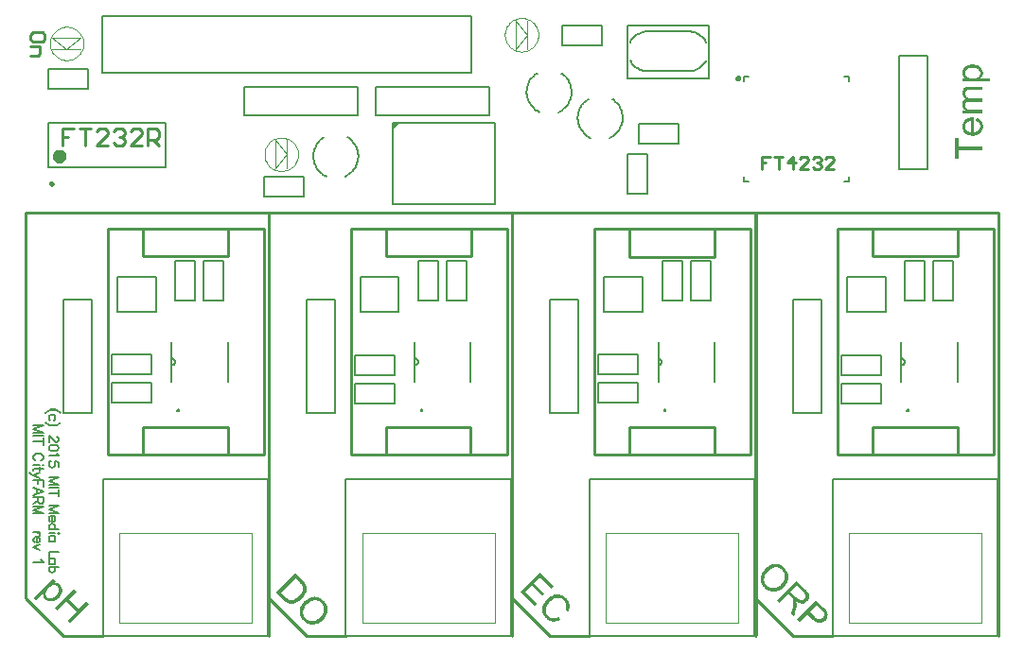
<source format=gto>
%FSTAX23Y23*%
%MOIN*%
%SFA1B1*%

%IPPOS*%
%ADD24C,0.010000*%
%ADD37C,0.007870*%
%ADD38C,0.005000*%
%ADD39C,0.004000*%
%ADD40C,0.006000*%
%ADD41C,0.009840*%
%ADD42C,0.023620*%
%ADD43C,0.000980*%
%ADD44C,0.000980*%
%LNboard_pcb-1*%
%LPD*%
G36*
X02023Y01143D02*
X02024Y01142D01*
X02026Y01142*
X02029Y01142*
X02031Y01141*
X02033Y0114*
X02036Y0114*
X02039Y01138*
X02042Y01137*
X02044Y01135*
X02047Y01134*
X0205Y01131*
X02053Y01129*
X02053Y01129*
X02053Y01128*
X02054Y01128*
X02054Y01127*
X02055Y01126*
X02056Y01125*
X02057Y01124*
X02058Y01123*
X0206Y01119*
X02062Y01116*
X02064Y01112*
X02065Y0111*
X02065Y01107*
X02065Y01107*
Y01107*
X02065Y01106*
X02066Y01105*
X02066Y01104*
X02066Y01103*
X02066Y011*
X02066Y01096*
X02066Y01092*
X02065Y01088*
X02064Y01083*
X02064Y01083*
X02064Y01083*
X02064Y01082*
X02063Y01081*
X02063Y0108*
X02062Y01079*
X02062Y01078*
X02061Y01076*
X0206Y01074*
X02059Y01073*
X02058Y01071*
X02056Y01069*
X02053Y01065*
X0205Y01061*
X0205Y01061*
X02049Y01061*
X02049Y0106*
X02048Y01059*
X02047Y01059*
X02046Y01057*
X02045Y01056*
X02043Y01055*
X0204Y01053*
X02036Y01051*
X02032Y01049*
X02027Y01047*
X02027Y01047*
X02027*
X02026Y01046*
X02025Y01046*
X02024Y01046*
X02023Y01046*
X0202Y01045*
X02016Y01045*
X02012*
X02008Y01045*
X02003Y01046*
X02003Y01046*
X02003*
X02002Y01047*
X02001Y01047*
X02Y01047*
X01999Y01048*
X01998Y01048*
X01996Y01049*
X01994Y0105*
X01993Y01051*
X01989Y01053*
X01986Y01056*
X01982Y01059*
X01982Y01059*
X01982Y01059*
X01982Y0106*
X01981Y0106*
X0198Y01061*
X01979Y01062*
X01978Y01064*
X01977Y01065*
X01975Y01068*
X01973Y01072*
X01971Y01076*
X0197Y01078*
X0197Y0108*
Y01081*
X0197Y01081*
X0197Y01082*
X01969Y01082*
X01969Y01084*
X01969Y01085*
X01969Y01088*
Y01092*
X01969Y01096*
X0197Y011*
X01971Y01104*
X01971Y01105*
X01971Y01105*
X01971Y01106*
X01972Y01106*
X01972Y01107*
X01973Y01109*
X01973Y0111*
X01974Y01112*
X01975Y01113*
X01976Y01115*
X01978Y01118*
X01981Y01122*
X01984Y01125*
X01984Y01126*
X01985Y01126*
X01986Y01127*
X01987Y01128*
X01989Y01129*
X01991Y01131*
X01993Y01132*
X01995Y01134*
X01998Y01135*
X02Y01137*
X02003Y01138*
X02006Y0114*
X0201Y01141*
X02013Y01142*
X02016Y01142*
X0202Y01143*
X02022*
X02023Y01143*
G37*
G36*
X03646Y01259D02*
X03648Y01258D01*
X0365Y01258*
X03652Y01258*
X03655Y01257*
X03657Y01256*
X0366Y01256*
X03662Y01254*
X03665Y01253*
X03668Y01251*
X03671Y0125*
X03674Y01247*
X03676Y01245*
X03676Y01245*
X03677Y01244*
X03677Y01244*
X03678Y01243*
X03679Y01242*
X03679Y01241*
X0368Y0124*
X03681Y01239*
X03684Y01235*
X03686Y01232*
X03687Y01228*
X03688Y01226*
X03689Y01223*
X03689Y01223*
Y01223*
X03689Y01222*
X03689Y01221*
X03689Y0122*
X0369Y01219*
X0369Y01216*
X0369Y01212*
X0369Y01208*
X03689Y01204*
X03688Y01199*
X03688Y01199*
X03688Y01199*
X03687Y01198*
X03687Y01197*
X03686Y01196*
X03686Y01195*
X03685Y01194*
X03684Y01192*
X03684Y0119*
X03683Y01189*
X03681Y01187*
X0368Y01185*
X03677Y01181*
X03674Y01177*
X03673Y01177*
X03673Y01176*
X03673Y01176*
X03672Y01175*
X03671Y01174*
X0367Y01173*
X03668Y01172*
X03667Y01171*
X03664Y01169*
X0366Y01167*
X03655Y01164*
X03651Y01163*
X03651Y01163*
X0365*
X0365Y01162*
X03649Y01162*
X03648Y01162*
X03646Y01162*
X03643Y01161*
X0364Y01161*
X03635*
X03631Y01161*
X03627Y01162*
X03627Y01162*
X03626*
X03625Y01163*
X03625Y01163*
X03624Y01163*
X03622Y01164*
X03621Y01164*
X0362Y01165*
X03618Y01166*
X03616Y01167*
X03613Y01169*
X0361Y01172*
X03606Y01175*
X03606Y01175*
X03606Y01175*
X03605Y01175*
X03605Y01176*
X03604Y01177*
X03603Y01178*
X03602Y01179*
X03601Y01181*
X03599Y01184*
X03597Y01188*
X03595Y01192*
X03594Y01194*
X03593Y01196*
Y01197*
X03593Y01197*
X03593Y01198*
X03593Y01198*
X03593Y01199*
X03593Y01201*
X03592Y01204*
Y01208*
X03593Y01212*
X03593Y01216*
X03595Y0122*
X03595Y0122*
X03595Y01221*
X03595Y01221*
X03595Y01222*
X03596Y01223*
X03596Y01225*
X03597Y01226*
X03598Y01227*
X03599Y01229*
X036Y01231*
X03602Y01234*
X03605Y01238*
X03608Y01241*
X03608Y01241*
X03609Y01242*
X0361Y01243*
X03611Y01244*
X03612Y01245*
X03614Y01247*
X03616Y01248*
X03619Y0125*
X03621Y01251*
X03624Y01253*
X03627Y01254*
X0363Y01256*
X03633Y01257*
X03636Y01258*
X0364Y01258*
X03643Y01259*
X03645*
X03646Y01259*
G37*
G36*
X01183Y01162D02*
X01155Y01134D01*
X0119Y01099*
X01218Y01126*
X01227Y01118*
X01159Y0105*
X0115Y01059*
X01182Y01091*
X01147Y01126*
X01115Y01094*
X01106Y01103*
X01174Y01171*
X01183Y01162*
G37*
G36*
X01977Y01203D02*
X01977Y01202D01*
X01977Y01202*
X01977Y01202*
X01978Y01201*
X01979Y01201*
X01979Y012*
X01981Y01198*
X01983Y01196*
X01985Y01194*
X01986Y01191*
X01988Y01189*
X01988Y01189*
X01988Y01189*
X01988Y01189*
X01988Y01188*
X01989Y01187*
X0199Y01185*
X01991Y01183*
X01992Y0118*
X01992Y01177*
X01993Y01175*
X01993Y01175*
X01993Y01174*
Y01174*
X01993Y01173*
X01993Y01171*
X01993Y01168*
X01992Y01165*
X01992Y01162*
X01991Y01159*
X01989Y01155*
X01989Y01155*
X01989Y01155*
X01989Y01154*
X01988Y01153*
X01988Y01153*
X01987Y01151*
X01987Y0115*
X01986Y01149*
X01985Y01148*
X01984Y01146*
X01982Y01143*
X01979Y0114*
X01976Y01136*
X01976Y01136*
X01976Y01136*
X01975Y01135*
X01974Y01135*
X01974Y01134*
X01973Y01134*
X01971Y01132*
X01969Y0113*
X01966Y01128*
X01963Y01126*
X0196Y01124*
X0196Y01124*
X0196Y01124*
X01959Y01124*
X01959Y01124*
X01957Y01123*
X01956Y01122*
X01953Y01121*
X01951Y0112*
X01948Y01119*
X01946Y01119*
X01945Y01119*
X01945*
X01943Y01119*
X01942Y01119*
X0194Y01118*
X01938*
X01935Y01119*
X01933Y01119*
X01933*
X01932Y01119*
X01931Y01119*
X0193Y0112*
X01928Y01121*
X01926Y01122*
X01924Y01123*
X01922Y01124*
X01922Y01124*
X01922Y01124*
X01921Y01124*
X01921Y01124*
X0192Y01125*
X01918Y01126*
X01916Y01128*
X01914Y01129*
X01912Y01131*
X0191Y01134*
X01885Y01158*
X01953Y01226*
X01977Y01203*
G37*
G36*
X02863Y0118D02*
X02855Y01172D01*
X02815Y01212*
X02794Y01191*
X02831Y01153*
X02823Y01145*
X02786Y01183*
X02763Y0116*
X02804Y01118*
X02796Y0111*
X02746Y01161*
X02814Y01229*
X02863Y0118*
G37*
G36*
X02882Y01151D02*
X02887Y0115D01*
X02887Y0115*
X02887*
X02888Y0115*
X02889Y01149*
X0289Y01149*
X02891Y01148*
X02892Y01148*
X02894Y01147*
X02895Y01146*
X02897Y01145*
X029Y01143*
X02904Y01141*
X02907Y01137*
X02907Y01137*
X02908Y01137*
X02908Y01136*
X02909Y01136*
X0291Y01135*
X02911Y01134*
X02912Y01132*
X02913Y01131*
X02915Y01128*
X02917Y01124*
X02918Y01122*
X02918Y0112*
X02919Y01117*
X02919Y01115*
Y01115*
X02919Y01115*
X02919Y01114*
Y01113*
Y01112*
Y01111*
X02919Y01109*
Y01108*
X02919Y01106*
X02919Y01104*
X02919Y01102*
X02918Y011*
X02917Y01098*
X02917Y01095*
X02916Y01093*
X02914Y01091*
X02903Y01098*
X02904Y01098*
X02904Y01098*
X02904Y01098*
X02904Y01099*
X02905Y011*
X02905Y01101*
X02906Y01103*
X02907Y01106*
X02907Y01109*
X02908Y01112*
X02907Y01115*
X02907Y01116*
X02907Y01117*
X02907Y01118*
X02906Y0112*
X02905Y01122*
X02904Y01125*
X02902Y01127*
X029Y0113*
X02899Y0113*
X02899Y0113*
X02899Y01131*
X02898Y01131*
X02897Y01132*
X02897Y01132*
X02895Y01134*
X02892Y01136*
X02889Y01137*
X02886Y01138*
X02883Y01139*
X02882Y01139*
X02882Y01139*
X02881Y01139*
X02879Y0114*
X02877*
X02874Y01139*
X02871Y01139*
X02868Y01138*
X02865Y01136*
X02865Y01136*
X02865Y01136*
X02864Y01136*
X02864Y01136*
X02863Y01135*
X02862Y01135*
X0286Y01134*
X02858Y01132*
X02855Y0113*
X02853Y01128*
X0285Y01126*
X0285Y01125*
X0285Y01125*
X02849Y01125*
X02849Y01124*
X02848Y01123*
X02847Y01122*
X02846Y01121*
X02845Y0112*
X02843Y01118*
X02841Y01114*
X02839Y01111*
X02837Y01108*
X02837Y01108*
X02837Y01108*
X02837Y01107*
X02837Y01106*
X02836Y01105*
X02836Y01102*
X02835Y011*
X02835Y01097*
Y01094*
X02835Y0109*
X02836Y0109*
Y0109*
X02836Y0109*
X02836Y01089*
X02836Y01087*
X02837Y01085*
X02838Y01083*
X0284Y01081*
X02842Y01078*
X02844Y01076*
X02844Y01076*
X02844Y01075*
X02845Y01075*
X02845Y01075*
X02846Y01074*
X02847Y01073*
X02849Y01072*
X02851Y0107*
X02854Y01069*
X02858Y01068*
X02859Y01068*
X02861Y01067*
X02864*
X02865Y01067*
X02867Y01068*
X0287Y01068*
X02874Y01069*
X02877Y01071*
X02881Y01073*
X02888Y01062*
X02888Y01062*
X02887Y01061*
X02886Y01061*
X02885Y0106*
X02884Y0106*
X02883Y01059*
X02881Y01059*
X02879Y01058*
X02875Y01057*
X02871Y01056*
X02868Y01055*
X02866Y01055*
X02863Y01055*
X02861Y01055*
X0286*
X0286Y01055*
X02859Y01055*
X02858Y01056*
X02857Y01056*
X02856Y01056*
X02855Y01057*
X02853Y01057*
X02851Y01058*
X02849Y01059*
X02847Y0106*
X02845Y01061*
X02843Y01062*
X02841Y01064*
X02839Y01066*
X02837Y01067*
X02837Y01067*
X02836Y01068*
X02836Y01068*
X02835Y01069*
X02834Y0107*
X02833Y01071*
X02832Y01073*
X02831Y01074*
X02829Y01078*
X02827Y01081*
X02825Y01085*
X02824Y01088*
X02824Y0109*
Y0109*
X02823Y0109*
Y01091*
X02823Y01092*
X02823Y01093*
X02823Y01094*
Y01097*
X02823Y011*
X02824Y01104*
X02824Y01109*
X02826Y01113*
X02826Y01113*
X02826Y01114*
X02826Y01114*
X02827Y01115*
X02827Y01116*
X02828Y01117*
X02829Y01119*
X0283Y0112*
X02831Y01122*
X02832Y01124*
X02834Y01127*
X02837Y01131*
X02841Y01135*
X02841Y01135*
X02841Y01135*
X02842Y01136*
X02843Y01137*
X02844Y01137*
X02845Y01138*
X02846Y0114*
X02847Y01141*
X02851Y01143*
X02855Y01145*
X02859Y01148*
X02863Y01149*
X02863Y01149*
X02864*
X02864Y0115*
X02865Y0115*
X02866Y0115*
X02868Y0115*
X02871Y01151*
X02874Y01151*
X02878*
X02882Y01151*
G37*
G36*
X03749Y01169D02*
X0375Y01169D01*
X0375Y01169*
X0375Y01168*
X03751Y01168*
X03752Y01167*
X03752Y01166*
X03754Y01164*
X03756Y01161*
X03758Y01159*
X0376Y01156*
X03761Y01155*
X03761Y01154*
X03761Y01154*
Y01153*
X03762Y01153*
X03762Y01151*
X03762Y01149*
X03763Y01147*
X03763Y01145*
X03763Y01142*
X03762Y0114*
X03762Y01139*
X03762Y01138*
X03762Y01137*
X03761Y01135*
X0376Y01133*
X03759Y01131*
X03757Y01129*
X03755Y01126*
X03755Y01126*
X03755Y01126*
X03754Y01126*
X03754Y01125*
X03753Y01125*
X03752Y01124*
X0375Y01123*
X03748Y01121*
X03745Y0112*
X03742Y01119*
X0374Y01119*
X03738Y01119*
X03737*
X03736Y01119*
X03736Y01119*
X03735Y01119*
X03733Y0112*
X03732Y0112*
X0373Y0112*
X03729Y01121*
X03727Y01122*
X03725Y01122*
X03724Y01123*
X03721Y01124*
X0372Y01126*
X03717Y01127*
X03718Y01127*
X03718Y01126*
X03718Y01125*
X03718Y01124*
X03719Y01121*
X03719Y0112*
X03719Y01118*
Y01118*
X0372Y01117*
X03719Y01115*
X03719Y01113*
X03719Y01111*
X03719Y01108*
X03718Y01105*
X03718Y01102*
X03711Y01072*
X037Y01083*
X03705Y01106*
X03705Y01106*
Y01106*
X03705Y01107*
X03705Y01108*
X03706Y01109*
X03706Y01112*
X03707Y01114*
X03707Y01117*
X03708Y0112*
X03708Y01122*
Y01122*
X03708Y01123*
X03708Y01124*
X03708Y01125*
X03708Y01128*
X03708Y0113*
X03708Y01131*
Y01131*
X03708Y01131*
X03708Y01132*
X03707Y01133*
X03707Y01135*
X03706Y01137*
X03705Y01137*
X03705Y01137*
X03705Y01138*
X03705Y01138*
X03704Y01139*
X03703Y0114*
X03702Y01141*
X03701Y01142*
X03691Y01153*
X0366Y01122*
X03651Y01131*
X03719Y01199*
X03749Y01169*
G37*
G36*
X03813Y01105D02*
X03813Y01105D01*
X03814Y01105*
X03814Y01105*
X03814Y01104*
X03816Y01103*
X03817Y01101*
X03819Y011*
X0382Y01098*
X03822Y01096*
X03823Y01094*
X03823Y01094*
X03823Y01094*
X03824Y01093*
X03824Y01092*
X03825Y01091*
X03826Y01089*
X03827Y01087*
X03828Y01085*
X03828Y01083*
X03828Y01083*
X03828Y01082*
X03829Y01081*
Y01079*
X03828Y01077*
X03828Y01075*
X03828Y01073*
X03827Y01071*
X03827Y01071*
X03827Y0107*
X03826Y01069*
X03825Y01067*
X03824Y01065*
X03823Y01063*
X03822Y01061*
X0382Y01059*
X0382Y01059*
X0382Y01059*
X03819Y01059*
X03818Y01058*
X03818Y01057*
X03817Y01057*
X03815Y01056*
X03814Y01055*
X03811Y01053*
X03808Y01052*
X03806Y01051*
X03804Y01051*
X03802Y0105*
X038Y0105*
X03799*
X03799Y0105*
X03798Y01051*
X03797Y01051*
X03795Y01051*
X03794Y01051*
X03792Y01052*
X0379Y01053*
X03788Y01054*
X03786Y01055*
X03784Y01056*
X03782Y01058*
X03779Y0106*
X03777Y01062*
X03774Y01064*
X03757Y01082*
X03729Y01054*
X0372Y01063*
X03788Y01131*
X03813Y01105*
G37*
G36*
X04342Y02833D02*
Y02781D01*
X04342*
X04343Y02781*
X04344*
X04345Y02782*
X04346Y02782*
X04348Y02782*
X04351Y02783*
X04354Y02784*
X04357Y02786*
X04359Y02788*
X0436Y02788*
X0436Y02789*
X04361Y0279*
X04362Y02792*
X04364Y02794*
X04364Y02796*
X04365Y02799*
X04365Y02802*
Y02802*
Y02803*
Y02803*
X04365Y02805*
X04365Y02806*
X04365Y02808*
X04364Y0281*
X04363Y02812*
X04362Y02813*
X04362Y02814*
X04361Y02814*
X04361Y02815*
X04359Y02816*
X04358Y02817*
X04356Y02819*
X04354Y0282*
X04351Y02821*
X04353Y02833*
X04353*
X04353Y02833*
X04354Y02833*
X04354Y02832*
X04355Y02832*
X04356Y02832*
X04359Y02831*
X04361Y02829*
X04364Y02827*
X04367Y02825*
X04369Y02822*
Y02822*
X0437Y02822*
X0437Y02821*
X0437Y02821*
X04371Y0282*
X04371Y02819*
X04372Y02818*
X04372Y02817*
X04373Y02814*
X04374Y02811*
X04375Y02807*
X04375Y02802*
Y02802*
Y02802*
Y02801*
X04375Y028*
X04375Y02798*
X04375Y02797*
X04374Y02795*
X04374Y02794*
X04373Y0279*
X04372Y02788*
X04371Y02786*
X0437Y02784*
X04369Y02782*
X04367Y0278*
X04366Y02778*
X04366Y02778*
X04365Y02778*
X04365Y02777*
X04364Y02777*
X04363Y02776*
X04362Y02775*
X04361Y02774*
X04359Y02774*
X04357Y02773*
X04355Y02772*
X04353Y02771*
X04351Y02771*
X04348Y0277*
X04345Y0277*
X04343Y02769*
X04339Y02769*
X04338*
X04337Y02769*
X04335Y02769*
X04333Y0277*
X04331Y0277*
X04329Y0277*
X04325Y02771*
X04323Y02772*
X0432Y02773*
X04318Y02774*
X04316Y02775*
X04314Y02777*
X04312Y02778*
X04312Y02778*
X04312Y02779*
X04311Y02779*
X0431Y0278*
X0431Y02781*
X04309Y02782*
X04308Y02783*
X04307Y02784*
X04306Y02786*
X04305Y02788*
X04305Y0279*
X04304Y02792*
X04303Y02794*
X04303Y02796*
X04302Y02799*
X04302Y02802*
Y02802*
Y02802*
Y02803*
X04302Y02804*
X04303Y02805*
X04303Y02806*
X04303Y02808*
X04303Y0281*
X04305Y02813*
X04305Y02815*
X04306Y02817*
X04307Y02819*
X04309Y02821*
X0431Y02823*
X04312Y02824*
X04312Y02825*
X04312Y02825*
X04313Y02825*
X04314Y02826*
X04315Y02827*
X04316Y02827*
X04317Y02828*
X04319Y02829*
X04321Y0283*
X04323Y02831*
X04325Y02831*
X04327Y02832*
X0433Y02833*
X04332Y02833*
X04335Y02833*
X04339Y02833*
X0434*
X04342Y02833*
G37*
G36*
X04289Y0273D02*
X04374D01*
Y02717*
X04289*
Y02686*
X04277*
Y02762*
X04289*
Y0273*
G37*
G36*
X04341Y0302D02*
X04342D01*
X04345Y0302*
X04348Y03019*
X04351Y03019*
X04354Y03018*
X04358Y03016*
X04358*
X04358Y03016*
X04358Y03016*
X04359Y03016*
X04361Y03015*
X04362Y03013*
X04365Y03012*
X04367Y0301*
X04369Y03008*
X04371Y03005*
Y03005*
X04371Y03005*
X04371Y03004*
X04371Y03004*
X04372Y03002*
X04373Y03*
X04374Y02998*
X04374Y02996*
X04375Y02993*
X04375Y0299*
Y02989*
Y02989*
X04375Y02988*
X04375Y02986*
X04375Y02985*
X04374Y02983*
X04374Y02981*
X04373Y02979*
X04373Y02979*
X04372Y02978*
X04372Y02978*
X04371Y02976*
X0437Y02975*
X04369Y02974*
X04368Y02973*
X04366Y02972*
X044*
Y0296*
X04304*
Y02971*
X04313*
X04313Y02971*
X04312Y02971*
X04311Y02972*
X0431Y02973*
X04309Y02974*
X04307Y02976*
X04306Y02977*
X04305Y02979*
X04305Y02979*
X04305Y0298*
X04304Y02981*
X04304Y02982*
X04303Y02984*
X04303Y02986*
X04302Y02988*
X04302Y02991*
Y02991*
Y02991*
Y02992*
Y02992*
X04302Y02993*
X04303Y02994*
X04303Y02996*
X04303Y02998*
X04304Y03001*
X04305Y03004*
X04307Y03006*
Y03006*
X04307Y03007*
X04308Y03007*
X04309Y03009*
X0431Y0301*
X04312Y03012*
X04314Y03014*
X04317Y03015*
X0432Y03017*
X0432*
X0432Y03017*
X04321Y03017*
X04321Y03017*
X04322Y03017*
X04323Y03018*
X04325Y03018*
X04328Y03019*
X04331Y0302*
X04335Y0302*
X04338Y0302*
X0434*
X04341Y0302*
G37*
G36*
X04374Y02931D02*
X04327D01*
X04326Y0293*
X04324Y0293*
X04322Y0293*
X04321Y0293*
X0432Y02929*
X04319*
X04319Y02929*
X04318Y02929*
X04318Y02928*
X04317Y02928*
X04316Y02927*
X04315Y02926*
X04315Y02925*
X04314Y02925*
X04314Y02925*
X04314Y02924*
X04314Y02923*
X04313Y02922*
X04313Y02921*
X04313Y0292*
X04313Y02918*
Y02918*
Y02918*
X04313Y02917*
X04313Y02916*
X04313Y02914*
X04314Y02912*
X04315Y0291*
X04316Y02908*
X04318Y02906*
X04318Y02906*
X04318Y02905*
X0432Y02904*
X04321Y02903*
X04324Y02903*
X04326Y02902*
X04329Y02901*
X04333Y02901*
X04374*
Y02889*
X04327*
X04326Y02889*
X04324Y02889*
X04322Y02888*
X0432Y02888*
X04318Y02887*
X04317Y02886*
X04316Y02886*
X04316Y02886*
X04315Y02885*
X04315Y02884*
X04314Y02883*
X04313Y02881*
X04313Y02879*
X04313Y02877*
Y02877*
Y02876*
X04313Y02875*
X04313Y02874*
X04313Y02872*
X04314Y02871*
X04314Y02869*
X04315Y02868*
X04315Y02867*
X04316Y02867*
X04316Y02866*
X04317Y02865*
X04318Y02864*
X0432Y02863*
X04321Y02862*
X04323Y02861*
X04323Y02861*
X04324Y02861*
X04325Y02861*
X04327Y02861*
X04329Y0286*
X04331Y0286*
X04334Y0286*
X04338Y0286*
X04374*
Y02848*
X04304*
Y02858*
X04314*
X04313Y02858*
X04313Y02859*
X04312Y0286*
X04311Y02861*
X04309Y02862*
X04308Y02863*
X04307Y02865*
X04305Y02867*
X04305Y02867*
X04305Y02868*
X04304Y02869*
X04304Y02871*
X04303Y02873*
X04303Y02875*
X04302Y02877*
X04302Y0288*
Y0288*
Y0288*
Y0288*
Y02881*
X04302Y02882*
X04303Y02884*
X04303Y02886*
X04304Y02888*
X04304Y0289*
X04306Y02892*
X04306Y02892*
X04306Y02893*
X04307Y02894*
X04308Y02895*
X04309Y02896*
X04311Y02897*
X04313Y02898*
X04315Y02899*
X04314Y02899*
X04314Y029*
X04313Y029*
X04313Y02901*
X04312Y02902*
X04311Y02903*
X0431Y02904*
X04308Y02905*
X04307Y02907*
X04306Y02908*
X04305Y0291*
X04304Y02912*
X04303Y02914*
X04303Y02916*
X04302Y02918*
X04302Y02921*
Y02921*
Y02921*
Y02922*
X04302Y02923*
Y02923*
X04303Y02924*
X04303Y02927*
X04304Y02929*
X04305Y02932*
X04306Y02935*
X04308Y02937*
X04308Y02937*
X04309Y02938*
X04311Y02939*
X04312Y0294*
X04315Y02941*
X04316Y02941*
X04318Y02942*
X0432Y02942*
X04322Y02942*
X04324Y02942*
X04374*
Y02931*
G37*
G36*
X01109Y01199D02*
X01102Y01192D01*
X01102Y01192*
X01103*
X01104Y01192*
X01106Y01193*
X01108*
X0111Y01192*
X01112Y01192*
X01114Y01192*
X01114Y01192*
X01115Y01192*
X01116Y01191*
X01117Y01191*
X01119Y0119*
X0112Y01188*
X01122Y01187*
X01124Y01185*
X01124Y01185*
X01124Y01185*
X01125Y01185*
X01125Y01184*
X01125Y01184*
X01126Y01183*
X01127Y01181*
X01129Y01179*
X0113Y01177*
X01131Y01174*
X01132Y01171*
X01132Y01171*
Y01171*
X01132Y0117*
X01132Y01168*
X01132Y01166*
X01132Y01164*
X01132Y01161*
X01131Y01158*
X0113Y01155*
X0113Y01155*
X0113Y01154*
X01129Y01154*
X01129Y01153*
X01129Y01152*
X01128Y01152*
X01127Y0115*
X01126Y01147*
X01124Y01145*
X01122Y01142*
X01119Y01139*
X01119Y01139*
X01119Y01139*
X01119Y01139*
X01118Y01138*
X01117Y01137*
X01116Y01137*
X01114Y01135*
X01112Y01133*
X01109Y01131*
X01106Y0113*
X01103Y01128*
X01103Y01128*
X01103Y01128*
X01102Y01128*
X01101Y01128*
X011Y01127*
X01098Y01127*
X01095Y01126*
X01092Y01126*
X01089Y01126*
X01086Y01127*
X01086Y01127*
X01085*
X01085Y01127*
X01084Y01127*
X01083Y01128*
X01081Y01129*
X01079Y0113*
X01076Y01131*
X01074Y01133*
X01072Y01135*
X01072Y01135*
X01071Y01135*
X0107Y01136*
X01069Y01137*
X01069Y01139*
X01068Y0114*
X01067Y01142*
X01066Y01144*
Y01144*
X01066Y01145*
X01066Y01146*
X01065Y01147*
X01065Y01148*
X01065Y0115*
X01065Y01152*
X01065Y01154*
X01041Y0113*
X01033Y01138*
X01101Y01206*
X01109Y01199*
G37*
%LNboard_pcb-2*%
%LPC*%
G36*
X03789Y01114D02*
X03765Y0109D01*
X03782Y01072*
X03782Y01072*
X03782Y01072*
X03783Y01071*
X03783Y01071*
X03784Y0107*
X03785Y01069*
X03787Y01068*
X0379Y01066*
X03792Y01065*
X03795Y01064*
X03796Y01063*
X03798Y01063*
X03799*
X038Y01063*
X03802Y01063*
X03804Y01064*
X03806Y01065*
X03808Y01067*
X0381Y01068*
X0381Y01069*
X03811Y01069*
X03811Y01069*
X03812Y0107*
X03813Y01071*
X03814Y01073*
X03814Y01074*
X03815Y01076*
X03816Y01078*
Y01078*
X03816Y01079*
X03816Y0108*
X03816Y01081*
X03816Y01083*
X03815Y01084*
X03815Y01086*
X03814Y01088*
X03814Y01088*
X03814Y01088*
X03813Y01089*
X03812Y0109*
X03811Y01091*
X0381Y01093*
X03808Y01095*
X03806Y01097*
X03789Y01114*
G37*
G36*
X01954Y01209D02*
X01902Y01157D01*
X01917Y01143*
X01917Y01142*
X01917Y01142*
X01917Y01142*
X01918Y01141*
X01919Y0114*
X01921Y01139*
X01922Y01137*
X01925Y01136*
X01927Y01134*
X01928Y01133*
X01929Y01133*
X01929Y01133*
X0193Y01132*
X01932Y01132*
X01933Y01131*
X01935Y01131*
X01936Y01131*
X01938Y01131*
X01938Y01131*
X01939*
X01941Y01131*
X01942Y01131*
X01944Y01132*
X01947Y01132*
X01949Y01133*
X01952Y01134*
X01952Y01134*
X01952Y01134*
X01952Y01135*
X01953Y01135*
X01954Y01135*
X01954Y01136*
X01956Y01137*
X01959Y01139*
X01961Y01141*
X01964Y01143*
X01967Y01146*
X01967Y01146*
X01967Y01146*
X01968Y01147*
X01968Y01147*
X01969Y01148*
X0197Y01149*
X01971Y01151*
X01972Y01152*
X01974Y01155*
X01977Y01158*
X01978Y01162*
X01979Y01164*
X01979Y01165*
X0198Y01166*
Y01166*
Y01166*
X0198Y01167*
X0198Y01169*
X0198Y01171*
X0198Y01174*
X0198Y01176*
X0198Y01179*
X01979Y01182*
X01979Y01182*
X01978Y01183*
X01978Y01184*
X01977Y01185*
X01975Y01187*
X01973Y01189*
X01971Y01192*
X0197Y01193*
X01969Y01195*
X01954Y01209*
G37*
G36*
X04341Y03008D02*
X04337D01*
X04336Y03008*
X04335*
X04334Y03008*
X04331Y03007*
X04327Y03007*
X04324Y03006*
X04321Y03004*
X0432Y03003*
X04318Y03002*
X04318*
X04318Y03002*
X04317Y03001*
X04316Y03*
X04315Y02999*
X04314Y02997*
X04313Y02995*
X04312Y02992*
X04312Y02991*
Y0299*
Y02989*
Y02989*
Y02989*
X04312Y02988*
X04312Y02987*
X04312Y02985*
X04313Y02983*
X04315Y02981*
X04315Y0298*
X04316Y02979*
X04317Y02977*
X04319Y02976*
X04319*
X04319Y02976*
X04319Y02976*
X0432Y02975*
X04321Y02975*
X04322Y02974*
X04323Y02974*
X04324Y02973*
X04325Y02973*
X04327Y02972*
X04328Y02972*
X0433Y02971*
X04332Y02971*
X04334Y02971*
X04337Y02971*
X0434*
X04341Y02971*
X04342*
X04344Y02971*
X04347Y02971*
X0435Y02972*
X04353Y02973*
X04356Y02974*
X04358Y02975*
X04359Y02976*
X04359Y02976*
X0436Y02977*
X04361Y02978*
X04362Y0298*
X04363Y02981*
X04364Y02984*
X04365Y02986*
X04365Y02988*
X04365Y02989*
Y02989*
Y02989*
Y0299*
X04365Y0299*
X04365Y02992*
X04365Y02994*
X04364Y02996*
X04363Y02998*
X04361Y03*
X0436Y03001*
X04359Y03002*
X04359*
X04359Y03003*
X04358Y03003*
X04358Y03003*
X04357Y03004*
X04356Y03004*
X04355Y03005*
X04354Y03005*
X04352Y03006*
X04351Y03006*
X04349Y03007*
X04347Y03007*
X04345Y03007*
X04343Y03008*
X04341Y03008*
G37*
G36*
X04332Y02821D02*
X04332D01*
X04331Y02821*
X04331*
X04329Y02821*
X04327Y0282*
X04325Y0282*
X04323Y02819*
X04321Y02818*
X04319Y02816*
X04319*
X04319Y02816*
X04318Y02815*
X04317Y02814*
X04315Y02813*
X04314Y0281*
X04313Y02808*
X04312Y02805*
X04312Y02804*
X04312Y02802*
Y02802*
Y02801*
Y02801*
X04312Y028*
X04312Y02799*
X04313Y02797*
X04313Y02795*
X04314Y02793*
X04316Y0279*
X04318Y02788*
X04318Y02788*
X04319Y02787*
X0432Y02786*
X04321Y02785*
X04323Y02784*
X04326Y02783*
X04329Y02782*
X04332Y02782*
Y02821*
G37*
G36*
X03646Y01247D02*
X03645D01*
X03644Y01247*
X03643*
X03642Y01246*
X03641Y01246*
X03639Y01246*
X03637Y01245*
X03635Y01244*
X03633Y01243*
X0363Y01242*
X03628Y01241*
X03625Y01239*
X03623Y01237*
X0362Y01235*
X03617Y01232*
X03617Y01232*
X03616Y01231*
X03616Y01231*
X03615Y0123*
X03614Y01229*
X03613Y01227*
X03612Y01226*
X03611Y01224*
X03608Y0122*
X03607Y01218*
X03606Y01216*
X03605Y01213*
X03605Y01211*
X03604Y01208*
X03604Y01206*
Y01206*
Y01205*
X03604Y01205*
Y01204*
X03604Y01202*
X03604Y01201*
X03605Y01199*
X03605Y01198*
X03606Y01196*
X03606Y01194*
X03607Y01192*
X03608Y0119*
X03609Y01188*
X0361Y01186*
X03612Y01184*
X03614Y01182*
X03614Y01182*
X03614Y01182*
X03615Y01181*
X03615Y01181*
X03616Y0118*
X03618Y01179*
X03619Y01178*
X03621Y01177*
X03622Y01176*
X03624Y01175*
X03626Y01175*
X03628Y01174*
X0363Y01173*
X03633Y01173*
X03635Y01173*
X03637Y01173*
X03638*
X03639Y01173*
X0364Y01173*
X03641Y01173*
X03643Y01173*
X03644Y01174*
X03646Y01175*
X03648Y01175*
X0365Y01176*
X03652Y01177*
X03655Y01179*
X03657Y0118*
X03659Y01182*
X03662Y01184*
X03664Y01186*
X03664Y01186*
X03665Y01187*
X03665Y01187*
X03666Y01188*
X03666Y01189*
X03667Y01189*
X03668Y0119*
X03669Y01192*
X03671Y01194*
X03673Y01197*
X03674Y012*
X03676Y01204*
X03676Y01204*
X03676Y01204*
X03676Y01205*
X03676Y01205*
X03677Y01207*
X03677Y01209*
X03678Y01212*
X03678Y01215*
X03678Y01218*
X03677Y01221*
X03677Y01222*
Y01222*
X03677Y01222*
X03677Y01223*
X03677Y01224*
X03676Y01225*
X03675Y01227*
X03674Y01229*
X03673Y01232*
X03671Y01235*
X03669Y01237*
X03668Y01237*
X03668Y01237*
X03668Y01238*
X03667Y01239*
X03666Y01239*
X03665Y0124*
X03664Y01241*
X03662Y01242*
X03659Y01244*
X03657Y01244*
X03655Y01245*
X03653Y01246*
X03651Y01246*
X03648Y01247*
X03646Y01247*
G37*
G36*
X02022Y01131D02*
X02021D01*
X02021Y01131*
X0202*
X02018Y01131*
X02017Y0113*
X02015Y0113*
X02013Y01129*
X02011Y01128*
X02009Y01127*
X02007Y01126*
X02004Y01125*
X02002Y01123*
X01999Y01121*
X01996Y01119*
X01993Y01116*
X01993Y01116*
X01993Y01115*
X01992Y01115*
X01991Y01114*
X0199Y01113*
X01989Y01111*
X01988Y0111*
X01987Y01108*
X01985Y01104*
X01984Y01102*
X01983Y011*
X01982Y01097*
X01981Y01095*
X01981Y01092*
X0198Y0109*
Y0109*
Y01089*
X01981Y01089*
Y01088*
X01981Y01086*
X01981Y01085*
X01981Y01084*
X01982Y01082*
X01982Y0108*
X01983Y01078*
X01983Y01076*
X01984Y01074*
X01985Y01072*
X01987Y0107*
X01988Y01068*
X0199Y01066*
X0199Y01066*
X0199Y01066*
X01991Y01065*
X01992Y01065*
X01993Y01064*
X01994Y01063*
X01995Y01062*
X01997Y01061*
X01999Y0106*
X02Y0106*
X02002Y01059*
X02004Y01058*
X02007Y01057*
X02009Y01057*
X02011Y01057*
X02014Y01057*
X02014*
X02015Y01057*
X02016Y01057*
X02017Y01057*
X02019Y01057*
X02021Y01058*
X02022Y01059*
X02024Y01059*
X02026Y0106*
X02029Y01061*
X02031Y01063*
X02033Y01064*
X02036Y01066*
X02038Y01068*
X02041Y0107*
X02041Y01071*
X02041Y01071*
X02042Y01071*
X02042Y01072*
X02043Y01073*
X02044Y01073*
X02044Y01074*
X02045Y01076*
X02047Y01078*
X02049Y01081*
X02051Y01084*
X02052Y01088*
X02052Y01088*
X02053Y01088*
X02053Y01089*
X02053Y01089*
X02053Y01091*
X02054Y01093*
X02054Y01096*
X02054Y01099*
X02054Y01102*
X02054Y01106*
X02054Y01106*
Y01106*
X02053Y01106*
X02053Y01107*
X02053Y01108*
X02053Y01109*
X02052Y01111*
X02051Y01113*
X02049Y01116*
X02047Y01119*
X02045Y01121*
X02045Y01121*
X02045Y01122*
X02044Y01122*
X02043Y01123*
X02042Y01123*
X02041Y01124*
X0204Y01125*
X02039Y01126*
X02035Y01128*
X02033Y01128*
X02031Y01129*
X02029Y0113*
X02027Y0113*
X02024Y01131*
X02022Y01131*
G37*
G36*
X03721Y01183D02*
X03698Y0116D01*
X03718Y01141*
X03718Y01141*
X03718Y01141*
X03718Y01141*
X03719Y0114*
X0372Y01139*
X03721Y01138*
X03723Y01136*
X03725Y01135*
X03727Y01134*
X03728Y01133*
X03729Y01133*
X03729Y01132*
X0373Y01132*
X03731Y01132*
X03733Y01132*
X03734Y01131*
X03736*
X03738Y01131*
X03738*
X03739Y01132*
X0374Y01132*
X03741Y01132*
X03742Y01133*
X03743Y01134*
X03745Y01135*
X03746Y01136*
X03746Y01136*
X03746Y01136*
X03747Y01137*
X03747Y01138*
X03748Y01139*
X03749Y01141*
X0375Y01143*
X0375Y01145*
Y01147*
X0375Y01148*
X0375Y01148*
X0375Y0115*
X03749Y01152*
X03748Y01154*
X03747Y01156*
X03745Y01159*
X03742Y01161*
X03721Y01183*
G37*
G36*
X01105Y01184D02*
X01104D01*
X01102Y01184*
X01102Y01184*
X01102Y01184*
X01101Y01184*
X01101Y01184*
X011Y01184*
X01099Y01183*
X01098Y01183*
X01097Y01182*
X01095Y01182*
X01094Y01181*
X01092Y0118*
X01091Y01179*
X01089Y01178*
X01087Y01177*
X01085Y01175*
X01084Y01174*
X01084Y01174*
X01083Y01173*
X01083Y01173*
X01082Y01172*
X01081Y01171*
X01081Y0117*
X01079Y01168*
X01077Y01165*
X01075Y01162*
X01074Y01159*
X01074Y01157*
X01073Y01156*
Y01155*
Y01154*
X01073Y01153*
X01074Y01151*
X01074Y01149*
X01075Y01146*
X01076Y01144*
X01077Y01143*
X01078Y01142*
X01078Y01142*
X01078Y01142*
X01079Y01142*
X01079Y01141*
X0108Y0114*
X01082Y01139*
X01084Y01138*
X01086Y01138*
X01089Y01137*
X01091Y01137*
X01092Y01137*
X01092Y01137*
X01093Y01137*
X01093Y01137*
X01094Y01137*
X01095Y01138*
X01095Y01138*
X01097Y01138*
X01098Y01139*
X01099Y01139*
X01101Y0114*
X01102Y01141*
X01104Y01142*
X01105Y01143*
X01107Y01145*
X01109Y01146*
X01111Y01148*
X01111Y01148*
X01111Y01148*
X01112Y01149*
X01112Y0115*
X01113Y0115*
X01114Y01151*
X01116Y01154*
X01118Y01156*
X01119Y01159*
X0112Y01163*
X01121Y01164*
X01121Y01166*
X01121Y01166*
X01121Y01166*
Y01167*
Y01169*
X01121Y01171*
X0112Y01173*
X0112Y01175*
X01118Y01178*
X01118Y01179*
X01117Y0118*
X01116Y0118*
X01116Y0118*
X01116Y0118*
X01116Y01181*
X01114Y01181*
X01113Y01182*
X01111Y01183*
X01108Y01184*
X01107Y01184*
X01105Y01184*
G37*
%LNboard_pcb-3*%
%LPD*%
G54D24*
X03989Y01741D02*
X04286D01*
X03987Y02344D02*
X04286D01*
X01418Y01742D02*
X01716D01*
X01416Y02343D02*
X01716D01*
X02272Y02344D02*
X02573D01*
X02273Y01742D02*
X02571D01*
X04286Y01649D02*
Y01741D01*
X03988Y01647D02*
Y01741D01*
X03986Y02343D02*
Y02437D01*
X04286Y02344D02*
Y02439D01*
X03427Y0244D02*
X0343Y02437D01*
X0313Y02342D02*
Y02437D01*
Y02342D02*
X0343D01*
Y02437*
X03007Y01643D02*
X0343D01*
Y01742*
X0313Y01645D02*
Y01742D01*
X03426*
X0343Y01643D02*
X03557D01*
X02571Y01645D02*
Y01742D01*
X02273Y01649D02*
Y01742D01*
X02272Y02344D02*
Y02437D01*
X02573Y02344D02*
Y02437D01*
X01716Y02343D02*
Y02439D01*
X01416Y02343D02*
Y02437D01*
X01416Y01644D02*
Y01742D01*
X01716Y01646D02*
Y01742D01*
X01294Y01643D02*
X01716D01*
X01843*
X01844Y01644*
Y02439*
X01843Y0244D02*
X01844Y02439D01*
X01294Y0244D02*
X01843D01*
X01293Y02439D02*
X01294Y0244D01*
X01293Y01644D02*
Y02439D01*
X01004Y02499D02*
X01861D01*
Y01006D02*
Y02499D01*
X01861Y01005D02*
X01861Y01006D01*
X01004Y01137D02*
Y02499D01*
Y01137D02*
X01137Y01004D01*
X01276*
X01993D02*
X02132D01*
X0186Y01137D02*
X01993Y01004D01*
X0186Y01137D02*
Y02499D01*
X02717*
X02149Y01644D02*
Y02439D01*
X0215Y0244*
X02699*
X027Y02439*
Y01644D02*
Y02439D01*
X02699Y01643D02*
X027Y01644D01*
X02572Y01643D02*
X02699D01*
X0215D02*
X02572D01*
X02717Y01005D02*
X02717Y01006D01*
Y02499*
X02717Y01137D02*
X0285Y01004D01*
X02717Y01137D02*
Y02499D01*
X03575*
X03864Y01643D02*
X04286D01*
X04413*
X04414Y01644*
Y02439*
X04413Y0244D02*
X04414Y02439D01*
X03864Y0244D02*
X04413D01*
X03863Y02439D02*
X03864Y0244D01*
X03863Y01644D02*
Y02439D01*
X03574Y02499D02*
X04431D01*
Y01006D02*
Y02499D01*
X04431Y01005D02*
X04431Y01006D01*
X03574Y01137D02*
Y02499D01*
Y01137D02*
X03706Y01004D01*
X03846*
X0285D02*
X0299D01*
X03574Y01005D02*
X03575Y01006D01*
Y02499*
X03006Y01644D02*
Y02439D01*
X03007Y0244*
X03557*
X03558Y02439*
Y01644D02*
Y02439D01*
X03557Y01643D02*
X03558Y01644D01*
X01174Y02794D02*
X01134D01*
Y02764*
X01154*
X01134*
Y02734*
X01194Y02794D02*
X01234D01*
X01214*
Y02734*
X01294D02*
X01254D01*
X01294Y02774*
Y02784*
X01284Y02794*
X01264*
X01254Y02784*
X01314D02*
X01324Y02794D01*
X01344*
X01354Y02784*
Y02774*
X01344Y02764*
X01334*
X01344*
X01354Y02754*
Y02744*
X01344Y02734*
X01324*
X01314Y02744*
X01414Y02734D02*
X01374D01*
X01414Y02774*
Y02784*
X01404Y02794*
X01384*
X01374Y02784*
X01434Y02734D02*
Y02794D01*
X01464*
X01474Y02784*
Y02764*
X01464Y02754*
X01434*
X01454D02*
X01474Y02734D01*
X03626Y02695D02*
X03596D01*
Y02673*
X03611*
X03596*
Y0265*
X03641Y02695D02*
X03671D01*
X03656*
Y0265*
X03708D02*
Y02695D01*
X03686Y02673*
X03716*
X03761Y0265D02*
X03731D01*
X03761Y0268*
Y02688*
X03753Y02695*
X03738*
X03731Y02688*
X03776D02*
X03783Y02695D01*
X03798*
X03806Y02688*
Y0268*
X03798Y02673*
X03791*
X03798*
X03806Y02665*
Y02658*
X03798Y0265*
X03783*
X03776Y02658*
X03851Y0265D02*
X03821D01*
X03851Y0268*
Y02688*
X03843Y02695*
X03828*
X03821Y02688*
X01071Y03108D02*
Y03125D01*
X01063Y03133*
X01029*
X01021Y03125*
Y03108*
X01029Y031*
X01063*
X01071Y03108*
X01021Y03083D02*
X01054D01*
Y03058*
X01046Y0305*
X01021*
G54D37*
X0288Y02851D02*
D01*
X02885Y02854*
X02889Y02856*
X02894Y02859*
X02898Y02863*
X02902Y02867*
X02906Y02871*
X02909Y02875*
X02913Y02879*
X02916Y02884*
X02918Y02889*
X0292Y02894*
X02922Y02899*
X02924Y02904*
X02925Y0291*
X02925Y02915*
X02926Y02921*
X02926Y02926*
X02925Y02932*
X02924Y02937*
X02923Y02943*
X02922Y02948*
X0292Y02953*
X02917Y02958*
X02915Y02963*
X02912Y02967*
X02909Y02972*
X02905Y02976*
X02901Y0298*
X02897Y02984*
X02893Y02987*
X02889Y02989*
X02805D02*
D01*
X028Y02986*
X02796Y02983*
X02792Y02979*
X02788Y02975*
X02784Y02971*
X02781Y02966*
X02778Y02961*
X02776Y02957*
X02774Y02952*
X02772Y02946*
X0277Y02941*
X02769Y02936*
X02769Y0293*
X02768Y02925*
X02768Y02919*
X02769Y02914*
X0277Y02908*
X02771Y02903*
X02772Y02898*
X02774Y02893*
X02776Y02888*
X02779Y02883*
X02782Y02878*
X02785Y02874*
X02789Y0287*
X02793Y02866*
X02797Y02862*
X02801Y02859*
X02806Y02856*
X02811Y02853*
X02814Y02851*
X0306Y02761D02*
D01*
X03065Y02763*
X03069Y02766*
X03074Y02769*
X03078Y02772*
X03082Y02776*
X03086Y0278*
X0309Y02784*
X03093Y02789*
X03096Y02793*
X03098Y02798*
X031Y02803*
X03102Y02809*
X03104Y02814*
X03105Y02819*
X03105Y02825*
X03106Y0283*
X03106Y02836*
X03105Y02841*
X03104Y02847*
X03103Y02852*
X03102Y02857*
X031Y02862*
X03097Y02867*
X03095Y02872*
X03092Y02877*
X03089Y02881*
X03085Y02885*
X03081Y02889*
X03077Y02893*
X03073Y02896*
X03069Y02899*
X02985D02*
D01*
X0298Y02895*
X02976Y02892*
X02972Y02888*
X02968Y02884*
X02965Y0288*
X02961Y02876*
X02959Y02871*
X02956Y02866*
X02954Y02861*
X02952Y02856*
X0295Y02851*
X02949Y02845*
X02949Y0284*
X02948Y02834*
X02948Y02829*
X02949Y02823*
X0295Y02818*
X02951Y02812*
X02952Y02807*
X02954Y02802*
X02957Y02797*
X02959Y02792*
X02962Y02788*
X02965Y02783*
X02969Y02779*
X02973Y02775*
X02977Y02771*
X02981Y02768*
X02986Y02765*
X02991Y02762*
X02994Y02761*
X02129Y02625D02*
D01*
X02134Y02627*
X02138Y0263*
X02143Y02633*
X02147Y02637*
X02151Y0264*
X02155Y02644*
X02158Y02648*
X02162Y02653*
X02165Y02658*
X02167Y02663*
X02169Y02668*
X02171Y02673*
X02173Y02678*
X02174Y02683*
X02174Y02689*
X02175Y02694*
X02175Y027*
X02174Y02705*
X02173Y02711*
X02172Y02716*
X02171Y02721*
X02169Y02727*
X02166Y02732*
X02164Y02736*
X02161Y02741*
X02158Y02745*
X02154Y0275*
X0215Y02754*
X02146Y02757*
X02142Y02761*
X02138Y02763*
X02054D02*
D01*
X02049Y0276*
X02045Y02756*
X02041Y02753*
X02037Y02749*
X02033Y02744*
X0203Y0274*
X02027Y02735*
X02025Y0273*
X02023Y02725*
X02021Y0272*
X02019Y02715*
X02018Y02709*
X02018Y02704*
X02017Y02698*
X02017Y02693*
X02018Y02687*
X02019Y02682*
X0202Y02677*
X02021Y02671*
X02023Y02666*
X02025Y02661*
X02028Y02656*
X02031Y02652*
X02034Y02647*
X02038Y02643*
X02042Y02639*
X02046Y02636*
X0205Y02632*
X02055Y02629*
X0206Y02626*
X02063Y02625*
X02572Y0299D02*
Y0319D01*
X01272Y0299D02*
Y0319D01*
X02572*
X01272Y0299D02*
X02572D01*
X02238Y02841D02*
Y02941D01*
X02638*
X02238Y02841D02*
X02638D01*
Y02941*
X04079Y03051D02*
X04179D01*
Y02651D02*
Y03051D01*
X04079Y02651D02*
Y03051D01*
Y02651D02*
X04179D01*
X01275Y01559D02*
X01858D01*
Y01004D02*
Y01559D01*
X01812Y01004D02*
X01858D01*
X01275D02*
X0132D01*
X01275D02*
Y01559D01*
X0132Y01004D02*
X01812D01*
X01137Y02192D02*
X01237D01*
Y01792D02*
Y02192D01*
X01137Y01792D02*
Y02192D01*
Y01792D02*
X01237D01*
X01993Y02192D02*
X02093D01*
Y01792D02*
Y02192D01*
X01993Y01792D02*
Y02192D01*
Y01792D02*
X02093D01*
X02131Y01559D02*
X02714D01*
Y01004D02*
Y01559D01*
X02669Y01004D02*
X02714D01*
X02131D02*
X02177D01*
X02131D02*
Y01559D01*
X02177Y01004D02*
X02669D01*
X0285Y01792D02*
X0295D01*
X0285D02*
Y02192D01*
X0295Y01792D02*
Y02192D01*
X0285D02*
X0295D01*
X03707Y01792D02*
X03807D01*
X03707D02*
Y02192D01*
X03807Y01792D02*
Y02192D01*
X03707D02*
X03807D01*
X0389Y01004D02*
X04382D01*
X03845D02*
Y01559D01*
Y01004D02*
X0389D01*
X04382D02*
X04428D01*
Y01559*
X03845D02*
X04428D01*
X03034Y01004D02*
X03526D01*
X02989D02*
Y01559D01*
Y01004D02*
X03034D01*
X03526D02*
X03571D01*
Y01559*
X02989D02*
X03571D01*
X01772Y02842D02*
Y02942D01*
X02172*
X01772Y02842D02*
X02172D01*
Y02942*
X01082Y02657D02*
X01496D01*
X01082Y02814D02*
X01496D01*
X01082Y02657D02*
Y02814D01*
X01496Y02657D02*
Y02814D01*
X03534Y02961D02*
Y02978D01*
X03551*
X03534Y02608D02*
Y02625D01*
Y02608D02*
X03551D01*
X03887D02*
X03904D01*
Y02625*
Y02961D02*
Y02978D01*
X03887D02*
X03904D01*
G54D38*
X03133Y03034D02*
D01*
X03135Y0303*
X03138Y03026*
X03141Y03022*
X03144Y03018*
X03148Y03015*
X03151Y03012*
X03155Y03009*
X0316Y03006*
X03164Y03004*
X03168Y03002*
X03173Y03*
X03178Y02999*
X03182Y02998*
X03187Y02997*
X03192Y02997*
X03195Y02997*
Y03137D02*
D01*
X0319Y03136*
X03185Y03136*
X0318Y03135*
X03176Y03134*
X03171Y03132*
X03166Y0313*
X03162Y03128*
X03158Y03126*
X03154Y03123*
X0315Y0312*
X03146Y03117*
X03143Y03113*
X0314Y0311*
X03137Y03106*
X03134Y03102*
X03133Y03099*
X03338Y02997D02*
D01*
X03343Y02997*
X03348Y02997*
X03352Y02998*
X03357Y02999*
X03362Y03001*
X03366Y03003*
X03371Y03005*
X03375Y03007*
X03379Y0301*
X03383Y03013*
X03387Y03016*
X0339Y0302*
X03393Y03023*
X03396Y03027*
X03399Y03032*
X034Y03034*
Y03099D02*
D01*
X03398Y03103*
X03395Y03107*
X03392Y03111*
X03389Y03115*
X03385Y03118*
X03381Y03121*
X03377Y03124*
X03373Y03127*
X03369Y03129*
X03365Y03131*
X0336Y03133*
X03355Y03134*
X03351Y03135*
X03346Y03136*
X03341Y03136*
X03338Y03137*
X02298Y02529D02*
X02658D01*
Y02672*
X02298Y02529D02*
Y02671D01*
X02297D02*
X02298D01*
Y02813D02*
X02658D01*
Y0267D02*
Y02813D01*
X02298Y02671D02*
Y02813D01*
X02297Y02671D02*
X02298D01*
X02299Y02797D02*
X02315Y02813D01*
X02299Y02797D02*
Y02801D01*
Y02802*
X0231Y02813*
X02305D02*
X0231D01*
X02299Y02807D02*
X02305Y02813D01*
X02299Y02806D02*
Y02807D01*
X03163Y02741D02*
X03303D01*
X03163Y02811D02*
X03303D01*
X03163Y02741D02*
Y02811D01*
X03303Y02741D02*
Y02811D01*
X03196Y03137D02*
X03336D01*
X03195Y02997D02*
X03337D01*
X0341Y03157D02*
Y02972D01*
X03124Y03157D02*
X0341D01*
X03124Y02972D02*
Y03157D01*
Y02972D02*
X0341D01*
X01224Y02933D02*
Y03003D01*
X01084Y02933D02*
Y03003D01*
X01224*
X01084Y02933D02*
X01224D01*
X01462Y0216D02*
Y02161D01*
X01446Y02147D02*
X01448D01*
X01447D02*
X01462D01*
Y02157*
X01327Y02147D02*
Y02272D01*
Y02147D02*
X01462D01*
Y02272*
X01327D02*
X01462D01*
X01307Y01827D02*
Y01897D01*
X01447Y01827D02*
Y01897D01*
X01307Y01827D02*
X01447D01*
X01307Y01897D02*
X01447D01*
X01307Y01927D02*
Y01997D01*
X01447Y01927D02*
Y01997D01*
X01307Y01927D02*
X01447D01*
X01307Y01997D02*
X01447D01*
X01631Y02187D02*
X01701D01*
X01631Y02327D02*
X01701D01*
Y02187D02*
Y02327D01*
X01631Y02187D02*
Y02327D01*
X01531Y02187D02*
X01601D01*
X01531Y02327D02*
X01601D01*
Y02187D02*
Y02327D01*
X01531Y02187D02*
Y02327D01*
X02488Y02187D02*
X02558D01*
X02488Y02327D02*
X02558D01*
Y02187D02*
Y02327D01*
X02488Y02187D02*
Y02327D01*
X02388Y02187D02*
X02458D01*
X02388Y02327D02*
X02458D01*
Y02187D02*
Y02327D01*
X02388Y02187D02*
Y02327D01*
X02318Y0216D02*
Y02161D01*
X02302Y02147D02*
X02304D01*
X02303D02*
X02318D01*
Y02157*
X02183Y02147D02*
Y02272D01*
Y02147D02*
X02318D01*
Y02272*
X02183D02*
X02318D01*
X0304D02*
X03175D01*
Y02147D02*
Y02272D01*
X0304Y02147D02*
X03175D01*
X0304D02*
Y02272D01*
X03175Y02147D02*
Y02157D01*
X0316Y02147D02*
X03175D01*
X03159D02*
X03161D01*
X03175Y0216D02*
Y02161D01*
X03897Y02272D02*
X04032D01*
Y02147D02*
Y02272D01*
X03897Y02147D02*
X04032D01*
X03897D02*
Y02272D01*
X04032Y02147D02*
Y02157D01*
X04017Y02147D02*
X04032D01*
X04016D02*
X04018D01*
X04032Y0216D02*
Y02161D01*
X04101Y02187D02*
Y02327D01*
X04171Y02187D02*
Y02327D01*
X04101D02*
X04171D01*
X04101Y02187D02*
X04171D01*
X03345D02*
Y02327D01*
X03415Y02187D02*
Y02327D01*
X03345D02*
X03415D01*
X03345Y02187D02*
X03415D01*
X04201D02*
Y02327D01*
X04271Y02187D02*
Y02327D01*
X04201D02*
X04271D01*
X04201Y02187D02*
X04271D01*
X03245D02*
Y02327D01*
X03315Y02187D02*
Y02327D01*
X03245D02*
X03315D01*
X03245Y02187D02*
X03315D01*
X02163Y01925D02*
Y01995D01*
X02303Y01925D02*
Y01995D01*
X02163Y01925D02*
X02303D01*
X02163Y01995D02*
X02303D01*
X02163Y01825D02*
Y01895D01*
X02303Y01825D02*
Y01895D01*
X02163Y01825D02*
X02303D01*
X02163Y01895D02*
X02303D01*
X0302Y01927D02*
Y01997D01*
X0316Y01927D02*
Y01997D01*
X0302Y01927D02*
X0316D01*
X0302Y01997D02*
X0316D01*
X0302Y01827D02*
Y01897D01*
X0316Y01827D02*
Y01897D01*
X0302Y01827D02*
X0316D01*
X0302Y01897D02*
X0316D01*
X03877Y01925D02*
Y01995D01*
X04017Y01925D02*
Y01995D01*
X03877Y01925D02*
X04017D01*
X03877Y01995D02*
X04017D01*
X03877Y01825D02*
Y01895D01*
X04017Y01825D02*
Y01895D01*
X03877Y01825D02*
X04017D01*
X03877Y01895D02*
X04017D01*
X01843Y02623D02*
X01983D01*
X01843Y02553D02*
X01983D01*
Y02623*
X01843Y02553D02*
Y02623D01*
X03124Y02563D02*
X03194D01*
X03124Y02703D02*
X03194D01*
Y02563D02*
Y02703D01*
X03124Y02563D02*
Y02703D01*
X02894Y03159D02*
X03034D01*
X02894Y03089D02*
X03034D01*
Y03159*
X02894Y03089D02*
Y03159D01*
X01127Y01792D02*
X01123Y01795D01*
X01118Y01799*
X01112Y01802*
X01103Y01804*
X01097*
X01088Y01802*
X01082Y01799*
X01077Y01795*
X01073Y01792*
X01123Y01795D02*
X01117Y01799D01*
X01112Y018*
X01103Y01802*
X01097*
X01088Y018*
X01083Y01799*
X01077Y01795*
X01103Y01765D02*
X01107Y01769D01*
X01108Y01772*
Y01777*
X01107Y0178*
X01103Y01784*
X01098Y01785*
X01095*
X0109Y01784*
X01087Y0178*
X01085Y01777*
Y01772*
X01087Y01769*
X0109Y01765*
X01127Y01758D02*
X01123Y01754D01*
X01118Y01751*
X01112Y01748*
X01103Y01746*
X01097*
X01088Y01748*
X01082Y01751*
X01077Y01754*
X01073Y01758*
X01123Y01754D02*
X01117Y01751D01*
X01112Y01749*
X01103Y01748*
X01097*
X01088Y01749*
X01083Y01751*
X01077Y01754*
X01112Y01708D02*
X01113D01*
X01117Y01707*
X01118Y01705*
X0112Y01702*
Y01695*
X01118Y01692*
X01117Y0169*
X01113Y01688*
X0111*
X01107Y0169*
X01102Y01693*
X01085Y0171*
Y01687*
X0112Y01669D02*
X01118Y01674D01*
X01113Y01677*
X01105Y01679*
X011*
X01092Y01677*
X01087Y01674*
X01085Y01669*
Y01666*
X01087Y01661*
X01092Y01657*
X011Y01656*
X01105*
X01113Y01657*
X01118Y01661*
X0112Y01666*
Y01669*
X01113Y01648D02*
X01115Y01645D01*
X0112Y0164*
X01085*
X0112Y01602D02*
Y01619D01*
X01105Y01621*
X01107Y01619*
X01108Y01614*
Y01609*
X01107Y01604*
X01103Y01601*
X01098Y01599*
X01095*
X0109Y01601*
X01087Y01604*
X01085Y01609*
Y01614*
X01087Y01619*
X01088Y01621*
X01092Y01622*
X0112Y01564D02*
X01085D01*
X0112D02*
X01085Y0155D01*
X0112Y01537D02*
X01085Y0155D01*
X0112Y01537D02*
X01085D01*
X0112Y01527D02*
X01085D01*
X0112Y01508D02*
X01085D01*
X0112Y0152D02*
Y01496D01*
Y01465D02*
X01085D01*
X0112D02*
X01085Y01451D01*
X0112Y01438D02*
X01085Y01451D01*
X0112Y01438D02*
X01085D01*
X01098Y01428D02*
Y01408D01*
X01102*
X01105Y0141*
X01107Y01411*
X01108Y01415*
Y0142*
X01107Y01423*
X01103Y01426*
X01098Y01428*
X01095*
X0109Y01426*
X01087Y01423*
X01085Y0142*
Y01415*
X01087Y01411*
X0109Y01408*
X0112Y0138D02*
X01085D01*
X01103D02*
X01107Y01384D01*
X01108Y01387*
Y01392*
X01107Y01395*
X01103Y01399*
X01098Y014*
X01095*
X0109Y01399*
X01087Y01395*
X01085Y01392*
Y01387*
X01087Y01384*
X0109Y0138*
X0112Y01368D02*
X01118Y01366D01*
X0112Y01364*
X01122Y01366*
X0112Y01368*
X01108Y01366D02*
X01085D01*
X01108Y01338D02*
X01085D01*
X01103D02*
X01107Y01342D01*
X01108Y01345*
Y0135*
X01107Y01353*
X01103Y01357*
X01098Y01358*
X01095*
X0109Y01357*
X01087Y01353*
X01085Y0135*
Y01345*
X01087Y01342*
X0109Y01338*
X0112Y01301D02*
X01085D01*
Y01281*
X01108Y01258D02*
X01085D01*
X01103D02*
X01107Y01261D01*
X01108Y01264*
Y01269*
X01107Y01273*
X01103Y01276*
X01098Y01278*
X01095*
X0109Y01276*
X01087Y01273*
X01085Y01269*
Y01264*
X01087Y01261*
X0109Y01258*
X0112Y01248D02*
X01085D01*
X01103D02*
X01107Y01245D01*
X01108Y01242*
Y01237*
X01107Y01233*
X01103Y0123*
X01098Y01228*
X01095*
X0109Y0123*
X01087Y01233*
X01085Y01237*
Y01242*
X01087Y01245*
X0109Y01248*
X01065Y01747D02*
X0103D01*
X01065D02*
X0103Y01733D01*
X01065Y0172D02*
X0103Y01733D01*
X01065Y0172D02*
X0103D01*
X01065Y0171D02*
X0103D01*
X01065Y01691D02*
X0103D01*
X01065Y01703D02*
Y01679D01*
X01057Y01623D02*
X0106Y01624D01*
X01063Y01628*
X01065Y01631*
Y01638*
X01063Y01641*
X0106Y01644*
X01057Y01646*
X01052Y01648*
X01043*
X01038Y01646*
X01035Y01644*
X01032Y01641*
X0103Y01638*
Y01631*
X01032Y01628*
X01035Y01624*
X01038Y01623*
X01065Y01609D02*
X01063Y01608D01*
X01065Y01606*
X01067Y01608*
X01065Y01609*
X01053Y01608D02*
X0103D01*
X01065Y01595D02*
X01037D01*
X01032Y01593*
X0103Y0159*
Y01587*
X01053Y016D02*
Y01588D01*
Y0158D02*
X0103Y0157D01*
X01053Y0156D02*
X0103Y0157D01*
X01023Y01573*
X0102Y01577*
X01018Y0158*
Y01582*
X01065Y01554D02*
X0103D01*
X01065D02*
Y01532D01*
X01048Y01554D02*
Y01541D01*
X0103Y01502D02*
X01065Y01515D01*
X0103Y01528*
X01042Y01523D02*
Y01507D01*
X01065Y01494D02*
X0103D01*
X01065D02*
Y01479D01*
X01063Y01474*
X01062Y01472*
X01058Y0147*
X01055*
X01052Y01472*
X0105Y01474*
X01048Y01479*
Y01494*
Y01482D02*
X0103Y0147D01*
X01065Y01462D02*
X0103D01*
X01065D02*
X0103Y01449D01*
X01065Y01436D02*
X0103Y01449D01*
X01065Y01436D02*
X0103D01*
X01053Y01371D02*
X0103D01*
X01043D02*
X01048Y01369D01*
X01052Y01366*
X01053Y01362*
Y01357*
X01043Y01354D02*
Y01334D01*
X01047*
X0105Y01336*
X01052Y01338*
X01053Y01341*
Y01346*
X01052Y01349*
X01048Y01353*
X01043Y01354*
X0104*
X01035Y01353*
X01032Y01349*
X0103Y01346*
Y01341*
X01032Y01338*
X01035Y01334*
X01053Y01327D02*
X0103Y01317D01*
X01053Y01307D02*
X0103Y01317D01*
X01058Y01274D02*
X0106Y0127D01*
X01065Y01265*
X0103*
G54D39*
X01207Y03094D02*
D01*
X01207Y03098*
X01207Y03102*
X01206Y03106*
X01205Y0311*
X01204Y03114*
X01202Y03118*
X012Y03122*
X01198Y03125*
X01196Y03129*
X01193Y03132*
X01191Y03135*
X01188Y03138*
X01184Y03141*
X01181Y03143*
X01178Y03145*
X01174Y03147*
X0117Y03149*
X01166Y0315*
X01162Y03151*
X01158Y03152*
X01154Y03153*
X0115Y03153*
X01146*
X01142Y03153*
X01138Y03152*
X01134Y03151*
X0113Y0315*
X01126Y03149*
X01122Y03147*
X01119Y03145*
X01115Y03143*
X01112Y03141*
X01109Y03138*
X01106Y03135*
X01103Y03132*
X011Y03129*
X01098Y03125*
X01096Y03122*
X01094Y03118*
X01093Y03114*
X01091Y0311*
X0109Y03106*
X0109Y03102*
X01089Y03098*
X01089Y03094*
X01089Y0309*
X0109Y03086*
X0109Y03082*
X01091Y03078*
X01093Y03074*
X01094Y0307*
X01096Y03066*
X01098Y03063*
X011Y03059*
X01103Y03056*
X01106Y03053*
X01109Y0305*
X01112Y03048*
X01115Y03045*
X01119Y03043*
X01122Y03041*
X01126Y03039*
X0113Y03038*
X01134Y03037*
X01138Y03036*
X01142Y03035*
X01146Y03035*
X0115*
X01154Y03035*
X01158Y03036*
X01162Y03037*
X01166Y03038*
X0117Y03039*
X01174Y03041*
X01178Y03043*
X01181Y03045*
X01184Y03048*
X01188Y0305*
X01191Y03053*
X01193Y03056*
X01196Y03059*
X01198Y03063*
X012Y03066*
X01202Y0307*
X01204Y03074*
X01205Y03078*
X01206Y03082*
X01207Y03086*
X01207Y0309*
X01207Y03094*
X02809Y03125D02*
D01*
X02809Y03129*
X02809Y03133*
X02808Y03137*
X02807Y03141*
X02806Y03145*
X02804Y03149*
X02802Y03152*
X028Y03156*
X02798Y03159*
X02796Y03162*
X02793Y03166*
X0279Y03168*
X02787Y03171*
X02783Y03173*
X0278Y03176*
X02776Y03178*
X02772Y03179*
X02769Y03181*
X02765Y03182*
X02761Y03183*
X02756Y03183*
X02752Y03184*
X02748*
X02744Y03183*
X0274Y03183*
X02736Y03182*
X02732Y03181*
X02728Y03179*
X02724Y03178*
X02721Y03176*
X02717Y03173*
X02714Y03171*
X02711Y03168*
X02708Y03166*
X02705Y03162*
X02702Y03159*
X027Y03156*
X02698Y03152*
X02696Y03149*
X02695Y03145*
X02694Y03141*
X02693Y03137*
X02692Y03133*
X02691Y03129*
X02691Y03125*
X02691Y0312*
X02692Y03116*
X02693Y03112*
X02694Y03108*
X02695Y03104*
X02696Y031*
X02698Y03097*
X027Y03093*
X02702Y0309*
X02705Y03087*
X02708Y03083*
X02711Y03081*
X02714Y03078*
X02717Y03076*
X02721Y03073*
X02724Y03071*
X02728Y0307*
X02732Y03068*
X02736Y03067*
X0274Y03066*
X02744Y03066*
X02748Y03065*
X02752*
X02756Y03066*
X02761Y03066*
X02765Y03067*
X02769Y03068*
X02772Y0307*
X02776Y03071*
X0278Y03073*
X02783Y03076*
X02787Y03078*
X0279Y03081*
X02793Y03083*
X02796Y03087*
X02798Y0309*
X028Y03093*
X02802Y03097*
X02804Y031*
X02806Y03104*
X02807Y03108*
X02808Y03112*
X02809Y03116*
X02809Y0312*
X02809Y03125*
X01963Y02703D02*
D01*
X01963Y02707*
X01962Y02711*
X01962Y02716*
X01961Y0272*
X01959Y02723*
X01958Y02727*
X01956Y02731*
X01954Y02735*
X01952Y02738*
X01949Y02741*
X01946Y02744*
X01943Y02747*
X0194Y0275*
X01937Y02752*
X01933Y02754*
X0193Y02756*
X01926Y02758*
X01922Y02759*
X01918Y02761*
X01914Y02761*
X0191Y02762*
X01906Y02762*
X01902*
X01898Y02762*
X01894Y02761*
X0189Y02761*
X01886Y02759*
X01882Y02758*
X01878Y02756*
X01874Y02754*
X01871Y02752*
X01867Y0275*
X01864Y02747*
X01861Y02744*
X01859Y02741*
X01856Y02738*
X01854Y02735*
X01852Y02731*
X0185Y02727*
X01848Y02723*
X01847Y0272*
X01846Y02716*
X01845Y02711*
X01845Y02707*
X01845Y02703*
X01845Y02699*
X01845Y02695*
X01846Y02691*
X01847Y02687*
X01848Y02683*
X0185Y02679*
X01852Y02676*
X01854Y02672*
X01856Y02669*
X01859Y02665*
X01861Y02662*
X01864Y02659*
X01867Y02657*
X01871Y02654*
X01874Y02652*
X01878Y0265*
X01882Y02648*
X01886Y02647*
X0189Y02646*
X01894Y02645*
X01898Y02645*
X01902Y02644*
X01906*
X0191Y02645*
X01914Y02645*
X01918Y02646*
X01922Y02647*
X01926Y02648*
X0193Y0265*
X01933Y02652*
X01937Y02654*
X0194Y02657*
X01943Y02659*
X01946Y02662*
X01949Y02665*
X01952Y02669*
X01954Y02672*
X01956Y02676*
X01958Y02679*
X01959Y02683*
X01961Y02687*
X01962Y02691*
X01962Y02695*
X01963Y02699*
X01963Y02703*
X01098Y03114D02*
X01198D01*
X01098D02*
X01148Y03074D01*
X01098D02*
X01148D01*
X01198Y03114*
X01148Y03074D02*
X01198D01*
X0273Y03075D02*
Y03175D01*
Y03075D02*
X0277Y03125D01*
Y03075D02*
Y03125D01*
X0273Y03175D02*
X0277Y03125D01*
Y03175*
X01884Y02653D02*
Y02753D01*
Y02653D02*
X01924Y02703D01*
Y02653D02*
Y02703D01*
X01884Y02753D02*
X01924Y02703D01*
Y02753*
G54D40*
X04114Y018D02*
D01*
X04114Y018*
X04114Y018*
X04114Y01801*
X04114Y01801*
X04114Y01801*
X04114Y01801*
X04114Y01801*
X04114Y01802*
X04114Y01802*
X04114Y01802*
X04113Y01802*
X04113Y01802*
X04113Y01802*
X04113Y01802*
X04113Y01803*
X04113Y01803*
X04112Y01803*
X04112Y01803*
X04112Y01803*
X04112Y01803*
X04112Y01803*
X04111Y01803*
X04111*
X04111Y01803*
X04111Y01803*
X04111Y01803*
X0411Y01803*
X0411Y01803*
X0411Y01803*
X0411Y01803*
X0411Y01802*
X04109Y01802*
X04109Y01802*
X04109Y01802*
X04109Y01802*
X04109Y01802*
X04109Y01802*
X04109Y01801*
X04109Y01801*
X04108Y01801*
X04108Y01801*
X04108Y01801*
X04108Y018*
X04108Y018*
X04108Y018*
X04108Y018*
X04108Y018*
X04108Y01799*
X04108Y01799*
X04108Y01799*
X04109Y01799*
X04109Y01799*
X04109Y01798*
X04109Y01798*
X04109Y01798*
X04109Y01798*
X04109Y01798*
X04109Y01798*
X0411Y01798*
X0411Y01797*
X0411Y01797*
X0411Y01797*
X0411Y01797*
X04111Y01797*
X04111Y01797*
X04111Y01797*
X04111Y01797*
X04111*
X04112Y01797*
X04112Y01797*
X04112Y01797*
X04112Y01797*
X04112Y01797*
X04113Y01797*
X04113Y01797*
X04113Y01798*
X04113Y01798*
X04113Y01798*
X04113Y01798*
X04114Y01798*
X04114Y01798*
X04114Y01798*
X04114Y01799*
X04114Y01799*
X04114Y01799*
X04114Y01799*
X04114Y01799*
X04114Y018*
X04114Y018*
X04114Y018*
X04088Y0196D02*
D01*
X04089Y0196*
X04089Y0196*
X0409Y0196*
X04091Y0196*
X04092Y01961*
X04093Y01961*
X04093Y01961*
X04094Y01962*
X04095Y01962*
X04096Y01963*
X04096Y01963*
X04097Y01964*
X04097Y01964*
X04098Y01965*
X04098Y01966*
X04099Y01967*
X04099Y01967*
X04099Y01968*
X04099Y01969*
X041Y0197*
X041Y01971*
X041Y01971*
Y01972*
X041Y01973*
X041Y01974*
X04099Y01975*
X04099Y01976*
X04099Y01976*
X04099Y01977*
X04098Y01978*
X04098Y01979*
X04097Y01979*
X04097Y0198*
X04096Y0198*
X04096Y01981*
X04095Y01982*
X04094Y01982*
X04093Y01982*
X04093Y01983*
X04092Y01983*
X04091Y01983*
X0409Y01984*
X04089Y01984*
X04089Y01984*
X04088Y01984*
X03258Y018D02*
D01*
X03258Y018*
X03258Y018*
X03258Y01801*
X03258Y01801*
X03258Y01801*
X03258Y01801*
X03258Y01801*
X03258Y01802*
X03257Y01802*
X03257Y01802*
X03257Y01802*
X03257Y01802*
X03257Y01802*
X03257Y01802*
X03257Y01803*
X03256Y01803*
X03256Y01803*
X03256Y01803*
X03256Y01803*
X03256Y01803*
X03255Y01803*
X03255Y01803*
X03255*
X03255Y01803*
X03254Y01803*
X03254Y01803*
X03254Y01803*
X03254Y01803*
X03254Y01803*
X03254Y01803*
X03253Y01802*
X03253Y01802*
X03253Y01802*
X03253Y01802*
X03253Y01802*
X03253Y01802*
X03252Y01802*
X03252Y01801*
X03252Y01801*
X03252Y01801*
X03252Y01801*
X03252Y01801*
X03252Y018*
X03252Y018*
X03252Y018*
X03252Y018*
X03252Y018*
X03252Y01799*
X03252Y01799*
X03252Y01799*
X03252Y01799*
X03252Y01799*
X03252Y01798*
X03253Y01798*
X03253Y01798*
X03253Y01798*
X03253Y01798*
X03253Y01798*
X03253Y01798*
X03254Y01797*
X03254Y01797*
X03254Y01797*
X03254Y01797*
X03254Y01797*
X03254Y01797*
X03255Y01797*
X03255Y01797*
X03255*
X03255Y01797*
X03256Y01797*
X03256Y01797*
X03256Y01797*
X03256Y01797*
X03256Y01797*
X03257Y01797*
X03257Y01798*
X03257Y01798*
X03257Y01798*
X03257Y01798*
X03257Y01798*
X03257Y01798*
X03258Y01798*
X03258Y01799*
X03258Y01799*
X03258Y01799*
X03258Y01799*
X03258Y01799*
X03258Y018*
X03258Y018*
X03258Y018*
X03232Y0196D02*
D01*
X03232Y0196*
X03233Y0196*
X03234Y0196*
X03235Y0196*
X03236Y01961*
X03236Y01961*
X03237Y01961*
X03238Y01962*
X03239Y01962*
X03239Y01963*
X0324Y01963*
X0324Y01964*
X03241Y01964*
X03241Y01965*
X03242Y01966*
X03242Y01967*
X03243Y01967*
X03243Y01968*
X03243Y01969*
X03243Y0197*
X03243Y01971*
X03244Y01971*
Y01972*
X03243Y01973*
X03243Y01974*
X03243Y01975*
X03243Y01976*
X03243Y01976*
X03242Y01977*
X03242Y01978*
X03241Y01979*
X03241Y01979*
X0324Y0198*
X0324Y0198*
X03239Y01981*
X03239Y01982*
X03238Y01982*
X03237Y01982*
X03236Y01983*
X03236Y01983*
X03235Y01983*
X03234Y01984*
X03233Y01984*
X03232Y01984*
X03232Y01984*
X02374Y0196D02*
D01*
X02375Y0196*
X02376Y0196*
X02377Y0196*
X02378Y0196*
X02378Y01961*
X02379Y01961*
X0238Y01961*
X02381Y01962*
X02381Y01962*
X02382Y01963*
X02383Y01963*
X02383Y01964*
X02384Y01964*
X02384Y01965*
X02385Y01966*
X02385Y01967*
X02385Y01967*
X02386Y01968*
X02386Y01969*
X02386Y0197*
X02386Y01971*
X02386Y01971*
Y01972*
X02386Y01973*
X02386Y01974*
X02386Y01975*
X02386Y01976*
X02385Y01976*
X02385Y01977*
X02385Y01978*
X02384Y01979*
X02384Y01979*
X02383Y0198*
X02383Y0198*
X02382Y01981*
X02381Y01982*
X02381Y01982*
X0238Y01982*
X02379Y01983*
X02378Y01983*
X02378Y01983*
X02377Y01984*
X02376Y01984*
X02375Y01984*
X02374Y01984*
X02401Y018D02*
D01*
X02401Y018*
X02401Y018*
X02401Y01801*
X02401Y01801*
X02401Y01801*
X024Y01801*
X024Y01801*
X024Y01802*
X024Y01802*
X024Y01802*
X024Y01802*
X024Y01802*
X024Y01802*
X02399Y01802*
X02399Y01803*
X02399Y01803*
X02399Y01803*
X02399Y01803*
X02398Y01803*
X02398Y01803*
X02398Y01803*
X02398Y01803*
X02398*
X02397Y01803*
X02397Y01803*
X02397Y01803*
X02397Y01803*
X02397Y01803*
X02396Y01803*
X02396Y01803*
X02396Y01802*
X02396Y01802*
X02396Y01802*
X02396Y01802*
X02395Y01802*
X02395Y01802*
X02395Y01802*
X02395Y01801*
X02395Y01801*
X02395Y01801*
X02395Y01801*
X02395Y01801*
X02395Y018*
X02395Y018*
X02395Y018*
X02395Y018*
X02395Y018*
X02395Y01799*
X02395Y01799*
X02395Y01799*
X02395Y01799*
X02395Y01799*
X02395Y01798*
X02395Y01798*
X02395Y01798*
X02396Y01798*
X02396Y01798*
X02396Y01798*
X02396Y01798*
X02396Y01797*
X02396Y01797*
X02397Y01797*
X02397Y01797*
X02397Y01797*
X02397Y01797*
X02397Y01797*
X02398Y01797*
X02398*
X02398Y01797*
X02398Y01797*
X02398Y01797*
X02399Y01797*
X02399Y01797*
X02399Y01797*
X02399Y01797*
X02399Y01798*
X024Y01798*
X024Y01798*
X024Y01798*
X024Y01798*
X024Y01798*
X024Y01798*
X024Y01799*
X024Y01799*
X02401Y01799*
X02401Y01799*
X02401Y01799*
X02401Y018*
X02401Y018*
X02401Y018*
X01518Y0196D02*
D01*
X01519Y0196*
X0152Y0196*
X0152Y0196*
X01521Y0196*
X01522Y01961*
X01523Y01961*
X01524Y01961*
X01524Y01962*
X01525Y01962*
X01526Y01963*
X01526Y01963*
X01527Y01964*
X01527Y01964*
X01528Y01965*
X01528Y01966*
X01529Y01967*
X01529Y01967*
X01529Y01968*
X0153Y01969*
X0153Y0197*
X0153Y01971*
X0153Y01971*
Y01972*
X0153Y01973*
X0153Y01974*
X0153Y01975*
X01529Y01976*
X01529Y01976*
X01529Y01977*
X01528Y01978*
X01528Y01979*
X01527Y01979*
X01527Y0198*
X01526Y0198*
X01526Y01981*
X01525Y01982*
X01524Y01982*
X01524Y01982*
X01523Y01983*
X01522Y01983*
X01521Y01983*
X0152Y01984*
X0152Y01984*
X01519Y01984*
X01518Y01984*
X01544Y018D02*
D01*
X01544Y018*
X01544Y018*
X01544Y01801*
X01544Y01801*
X01544Y01801*
X01544Y01801*
X01544Y01801*
X01544Y01802*
X01544Y01802*
X01544Y01802*
X01544Y01802*
X01543Y01802*
X01543Y01802*
X01543Y01802*
X01543Y01803*
X01543Y01803*
X01543Y01803*
X01542Y01803*
X01542Y01803*
X01542Y01803*
X01542Y01803*
X01542Y01803*
X01541*
X01541Y01803*
X01541Y01803*
X01541Y01803*
X01541Y01803*
X0154Y01803*
X0154Y01803*
X0154Y01803*
X0154Y01802*
X0154Y01802*
X01539Y01802*
X01539Y01802*
X01539Y01802*
X01539Y01802*
X01539Y01802*
X01539Y01801*
X01539Y01801*
X01539Y01801*
X01539Y01801*
X01538Y01801*
X01538Y018*
X01538Y018*
X01538Y018*
X01538Y018*
X01538Y018*
X01538Y01799*
X01539Y01799*
X01539Y01799*
X01539Y01799*
X01539Y01799*
X01539Y01798*
X01539Y01798*
X01539Y01798*
X01539Y01798*
X01539Y01798*
X0154Y01798*
X0154Y01798*
X0154Y01797*
X0154Y01797*
X0154Y01797*
X01541Y01797*
X01541Y01797*
X01541Y01797*
X01541Y01797*
X01541Y01797*
X01542*
X01542Y01797*
X01542Y01797*
X01542Y01797*
X01542Y01797*
X01543Y01797*
X01543Y01797*
X01543Y01797*
X01543Y01798*
X01543Y01798*
X01543Y01798*
X01544Y01798*
X01544Y01798*
X01544Y01798*
X01544Y01798*
X01544Y01799*
X01544Y01799*
X01544Y01799*
X01544Y01799*
X01544Y01799*
X01544Y018*
X01544Y018*
X01544Y018*
X04285Y01902D02*
Y02041D01*
X04088Y01902D02*
Y02041D01*
X03429Y01902D02*
Y02041D01*
X03232Y01902D02*
Y02041D01*
X02374Y01902D02*
Y02041D01*
X02571Y01902D02*
Y02041D01*
X01518Y01902D02*
Y02041D01*
X01715Y01902D02*
Y02041D01*
G54D41*
X01099Y026D02*
D01*
X01099Y026*
X01099Y02601*
X01099Y02601*
X01099Y02601*
X01099Y02602*
X01098Y02602*
X01098Y02602*
X01098Y02602*
X01098Y02603*
X01098Y02603*
X01098Y02603*
X01097Y02604*
X01097Y02604*
X01097Y02604*
X01096Y02604*
X01096Y02604*
X01096Y02604*
X01096Y02605*
X01095Y02605*
X01095Y02605*
X01095Y02605*
X01094Y02605*
X01094*
X01093Y02605*
X01093Y02605*
X01093Y02605*
X01092Y02605*
X01092Y02604*
X01092Y02604*
X01092Y02604*
X01091Y02604*
X01091Y02604*
X01091Y02604*
X0109Y02603*
X0109Y02603*
X0109Y02603*
X0109Y02602*
X0109Y02602*
X01089Y02602*
X01089Y02602*
X01089Y02601*
X01089Y02601*
X01089Y02601*
X01089Y026*
X01089Y026*
X01089Y026*
X01089Y02599*
X01089Y02599*
X01089Y02599*
X01089Y02598*
X01089Y02598*
X0109Y02598*
X0109Y02597*
X0109Y02597*
X0109Y02597*
X0109Y02596*
X01091Y02596*
X01091Y02596*
X01091Y02596*
X01092Y02596*
X01092Y02595*
X01092Y02595*
X01092Y02595*
X01093Y02595*
X01093Y02595*
X01093Y02595*
X01094Y02595*
X01094*
X01095Y02595*
X01095Y02595*
X01095Y02595*
X01096Y02595*
X01096Y02595*
X01096Y02595*
X01096Y02596*
X01097Y02596*
X01097Y02596*
X01097Y02596*
X01098Y02596*
X01098Y02597*
X01098Y02597*
X01098Y02597*
X01098Y02598*
X01098Y02598*
X01099Y02598*
X01099Y02599*
X01099Y02599*
X01099Y02599*
X01099Y026*
X01099Y026*
X03517Y02972D02*
D01*
X03517Y02972*
X03517Y02973*
X03517Y02973*
X03517Y02973*
X03517Y02974*
X03517Y02974*
X03517Y02974*
X03516Y02975*
X03516Y02975*
X03516Y02975*
X03516Y02975*
X03516Y02976*
X03515Y02976*
X03515Y02976*
X03515Y02976*
X03514Y02976*
X03514Y02977*
X03514Y02977*
X03513Y02977*
X03513Y02977*
X03513Y02977*
X03512Y02977*
X03512*
X03512Y02977*
X03511Y02977*
X03511Y02977*
X03511Y02977*
X0351Y02977*
X0351Y02976*
X0351Y02976*
X0351Y02976*
X03509Y02976*
X03509Y02976*
X03509Y02975*
X03509Y02975*
X03508Y02975*
X03508Y02975*
X03508Y02974*
X03508Y02974*
X03508Y02974*
X03508Y02973*
X03507Y02973*
X03507Y02973*
X03507Y02972*
X03507Y02972*
X03507Y02972*
X03507Y02971*
X03507Y02971*
X03508Y02971*
X03508Y0297*
X03508Y0297*
X03508Y0297*
X03508Y02969*
X03508Y02969*
X03509Y02969*
X03509Y02969*
X03509Y02968*
X03509Y02968*
X0351Y02968*
X0351Y02968*
X0351Y02968*
X0351Y02967*
X03511Y02967*
X03511Y02967*
X03511Y02967*
X03512Y02967*
X03512Y02967*
X03512*
X03513Y02967*
X03513Y02967*
X03513Y02967*
X03514Y02967*
X03514Y02967*
X03514Y02968*
X03515Y02968*
X03515Y02968*
X03515Y02968*
X03516Y02968*
X03516Y02969*
X03516Y02969*
X03516Y02969*
X03516Y02969*
X03517Y0297*
X03517Y0297*
X03517Y0297*
X03517Y02971*
X03517Y02971*
X03517Y02971*
X03517Y02972*
X03517Y02972*
G54D42*
X01133Y02696D02*
D01*
X01133Y02697*
X01133Y02698*
X01133Y02699*
X01133Y027*
X01133Y027*
X01132Y02701*
X01132Y02702*
X01132Y02703*
X01131Y02703*
X01131Y02704*
X0113Y02705*
X01129Y02705*
X01129Y02706*
X01128Y02706*
X01127Y02707*
X01127Y02707*
X01126Y02707*
X01125Y02708*
X01124Y02708*
X01124Y02708*
X01123Y02708*
X01122Y02708*
X01121*
X0112Y02708*
X01119Y02708*
X01119Y02708*
X01118Y02708*
X01117Y02707*
X01116Y02707*
X01116Y02707*
X01115Y02706*
X01114Y02706*
X01114Y02705*
X01113Y02705*
X01113Y02704*
X01112Y02703*
X01112Y02703*
X01111Y02702*
X01111Y02701*
X0111Y027*
X0111Y027*
X0111Y02699*
X0111Y02698*
X0111Y02697*
X0111Y02696*
X0111Y02696*
X0111Y02695*
X0111Y02694*
X0111Y02693*
X0111Y02692*
X01111Y02692*
X01111Y02691*
X01112Y0269*
X01112Y02689*
X01113Y02689*
X01113Y02688*
X01114Y02688*
X01114Y02687*
X01115Y02687*
X01116Y02686*
X01116Y02686*
X01117Y02685*
X01118Y02685*
X01119Y02685*
X01119Y02685*
X0112Y02685*
X01121Y02685*
X01122*
X01123Y02685*
X01124Y02685*
X01124Y02685*
X01125Y02685*
X01126Y02685*
X01127Y02686*
X01127Y02686*
X01128Y02687*
X01129Y02687*
X01129Y02688*
X0113Y02688*
X01131Y02689*
X01131Y02689*
X01132Y0269*
X01132Y02691*
X01132Y02692*
X01133Y02692*
X01133Y02693*
X01133Y02694*
X01133Y02695*
X01133Y02696*
X01133Y02696*
G54D43*
X01334Y01051D02*
X01799D01*
X0219D02*
X02655D01*
X03904D02*
X04369D01*
X03048D02*
X03512D01*
G54D44*
X01334Y01051D02*
Y01366D01*
X01799*
Y01051D02*
Y01366D01*
X01812Y01004D02*
X01858D01*
Y01559*
X01275D02*
X01858D01*
X01275Y01004D02*
Y01559D01*
Y01004D02*
X0132D01*
X01812*
X0219Y01051D02*
Y01366D01*
X02655*
Y01051D02*
Y01366D01*
X02669Y01004D02*
X02714D01*
Y01559*
X02131D02*
X02714D01*
X02131Y01004D02*
Y01559D01*
Y01004D02*
X02177D01*
X02669*
X0389D02*
X04382D01*
X03845D02*
X0389D01*
X03845D02*
Y01559D01*
X04428*
Y01004D02*
Y01559D01*
X04382Y01004D02*
X04428D01*
X04369Y01051D02*
Y01366D01*
X03904D02*
X04369D01*
X03904Y01051D02*
Y01366D01*
X03034Y01004D02*
X03526D01*
X02989D02*
X03034D01*
X02989D02*
Y01559D01*
X03571*
Y01004D02*
Y01559D01*
X03526Y01004D02*
X03571D01*
X03512Y01051D02*
Y01366D01*
X03048D02*
X03512D01*
X03048Y01051D02*
Y01366D01*
M02*
</source>
